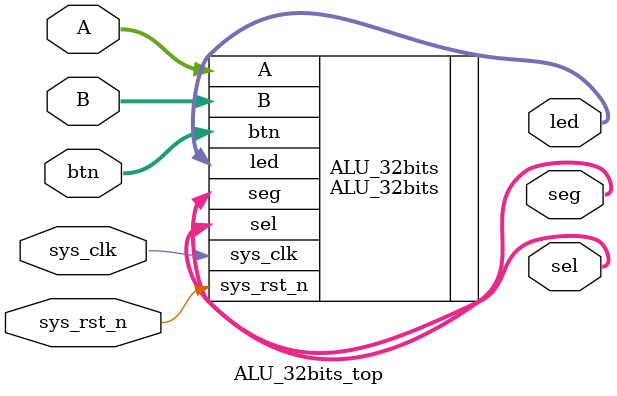
<source format=v>
`timescale 1ns / 1ps

module ALU_32bits_top(
        input             sys_clk,
        input             sys_rst_n,
        input  [7  : 0]   btn,
        input  [31 : 0]   A,
        input  [31 : 0]   B,
        output [7  : 0]   seg,
        output [3  : 0]   sel,
        output [1  : 0]   led
    );
    
    ALU_32bits ALU_32bits(
        .sys_clk(sys_clk),
        .sys_rst_n(sys_rst_n),
        .btn(btn),
        .A(A),
        .B(B),
        .seg(seg),
        .sel(sel),
        .led(led)
    );
        
endmodule

</source>
